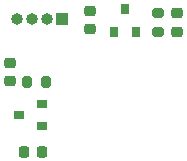
<source format=gbr>
%TF.GenerationSoftware,KiCad,Pcbnew,(6.0.6)*%
%TF.CreationDate,2022-06-25T15:25:50+03:00*%
%TF.ProjectId,EnkooderL,456e6b6f-6f64-4657-924c-2e6b69636164,rev?*%
%TF.SameCoordinates,Original*%
%TF.FileFunction,Soldermask,Top*%
%TF.FilePolarity,Negative*%
%FSLAX46Y46*%
G04 Gerber Fmt 4.6, Leading zero omitted, Abs format (unit mm)*
G04 Created by KiCad (PCBNEW (6.0.6)) date 2022-06-25 15:25:50*
%MOMM*%
%LPD*%
G01*
G04 APERTURE LIST*
G04 Aperture macros list*
%AMRoundRect*
0 Rectangle with rounded corners*
0 $1 Rounding radius*
0 $2 $3 $4 $5 $6 $7 $8 $9 X,Y pos of 4 corners*
0 Add a 4 corners polygon primitive as box body*
4,1,4,$2,$3,$4,$5,$6,$7,$8,$9,$2,$3,0*
0 Add four circle primitives for the rounded corners*
1,1,$1+$1,$2,$3*
1,1,$1+$1,$4,$5*
1,1,$1+$1,$6,$7*
1,1,$1+$1,$8,$9*
0 Add four rect primitives between the rounded corners*
20,1,$1+$1,$2,$3,$4,$5,0*
20,1,$1+$1,$4,$5,$6,$7,0*
20,1,$1+$1,$6,$7,$8,$9,0*
20,1,$1+$1,$8,$9,$2,$3,0*%
G04 Aperture macros list end*
%ADD10RoundRect,0.225000X0.250000X-0.225000X0.250000X0.225000X-0.250000X0.225000X-0.250000X-0.225000X0*%
%ADD11RoundRect,0.200000X0.275000X-0.200000X0.275000X0.200000X-0.275000X0.200000X-0.275000X-0.200000X0*%
%ADD12R,0.900000X0.800000*%
%ADD13RoundRect,0.200000X0.200000X0.275000X-0.200000X0.275000X-0.200000X-0.275000X0.200000X-0.275000X0*%
%ADD14RoundRect,0.225000X0.225000X0.250000X-0.225000X0.250000X-0.225000X-0.250000X0.225000X-0.250000X0*%
%ADD15R,0.800000X0.900000*%
%ADD16RoundRect,0.225000X-0.250000X0.225000X-0.250000X-0.225000X0.250000X-0.225000X0.250000X0.225000X0*%
%ADD17R,1.000000X1.000000*%
%ADD18O,1.000000X1.000000*%
G04 APERTURE END LIST*
D10*
X147040000Y-82765000D03*
X147040000Y-81215000D03*
D11*
X152810000Y-83005000D03*
X152810000Y-81355000D03*
D12*
X143000000Y-90950000D03*
X143000000Y-89050000D03*
X141000000Y-90000000D03*
D13*
X143315000Y-87180000D03*
X141665000Y-87180000D03*
D14*
X142985000Y-93100000D03*
X141435000Y-93100000D03*
D15*
X149050000Y-83000000D03*
X150950000Y-83000000D03*
X150000000Y-81000000D03*
D16*
X140260000Y-85565000D03*
X140260000Y-87115000D03*
X154410000Y-81405000D03*
X154410000Y-82955000D03*
D17*
X144650000Y-81870000D03*
D18*
X143380000Y-81870000D03*
X142110000Y-81870000D03*
X140840000Y-81870000D03*
M02*

</source>
